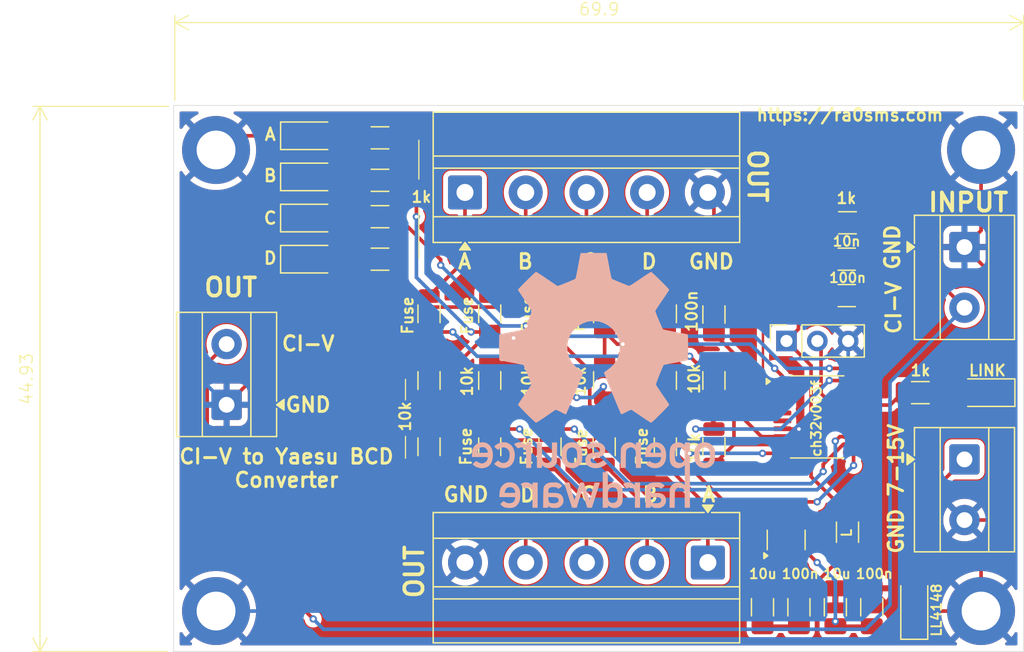
<source format=kicad_pcb>
(kicad_pcb (version 20241229) (generator "pcbnew") (generator_version "9.0")
  (layers (0 "F.Cu" signal) (2 "B.Cu" signal) (13 "F.Paste" user) (15 "B.Paste" user) (5 "F.SilkS" user "F.Silkscreen") (7 "B.SilkS" user "B.Silkscreen") (1 "F.Mask" user) (3 "B.Mask" user) (25 "Edge.Cuts" user))
  (net 0 "")
  (net 1 "GND")
  (net 2 "Net-(D1-K)")
  (net 3 "Net-(U2-VOUT)")
  (net 4 "+5V")
  (net 5 "Net-(U1-PD7)")
  (net 6 "Net-(D1-A)")
  (net 7 "Net-(D2-A)")
  (net 8 "Net-(D3-A)")
  (net 9 "Net-(D4-A)")
  (net 10 "Net-(D5-A)")
  (net 11 "Net-(D6-A)")
  (net 12 "OUT_A1")
  (net 13 "A1")
  (net 14 "B1")
  (net 15 "OUT_B1")
  (net 16 "OUT_C1")
  (net 17 "C1")
  (net 18 "OUT_D1")
  (net 19 "D1")
  (net 20 "OUT_A2")
  (net 21 "A2")
  (net 22 "B2")
  (net 23 "OUT_B2")
  (net 24 "C2")
  (net 25 "OUT_C2")
  (net 26 "D2")
  (net 27 "OUT_D2")
  (net 28 "Net-(J2-Pin_2)")
  (net 29 "SWD")
  (net 30 "Net-(U1-PC7)")
  (net 33 "CI-V")
  (footprint "TerminalBlock_MetzConnect:TerminalBlock_MetzConnect_Type055_RT01502HDWU_1x02_P5.00mm_Horizontal" (layer "F.Cu") (at 199.1325 68.5 -90)
    (property "Reference" "J6" (hide yes))
    (property "Value" "CI-V (IN)")
  )
  (footprint "LED_SMD:LED_1206_3216Metric" (layer "F.Cu") (at 145.1 59.33)
    (property "Reference" "D3" (hide yes))
    (property "Value" "A")
  )
  (footprint "Connector_PinSocket_2.54mm:PinSocket_1x03_P2.54mm_Vertical" (layer "F.Cu") (at 184.475 76.242177 90)
    (property "Reference" "J3" (hide yes))
    (property "Value" "SWD")
  )
  (footprint "Resistor_SMD:R_1206_3216Metric" (layer "F.Cu") (at 160.0375 79.5 -90)
    (property "Reference" "R22" (hide yes))
    (property "Value" "10k")
  )
  (footprint "Resistor_SMD:R_1206_3216Metric" (layer "F.Cu") (at 151 66 180)
    (property "Reference" "R12" (hide yes))
    (property "Value" "1k")
  )
  (footprint "Resistor_SMD:R_1206_3216Metric" (layer "F.Cu") (at 174.5 84.9625 -90)
    (property "Reference" "F5" (hide yes))
    (property "Value" "Fuse")
  )
  (footprint "Resistor_SMD:R_1206_3216Metric" (layer "F.Cu") (at 155.0375 74 90)
    (property "Reference" "F1" (hide yes))
    (property "Value" "Fuse")
  )
  (footprint "Resistor_SMD:R_1206_3216Metric" (layer "F.Cu") (at 151 69.5 180)
    (property "Reference" "R13" (hide yes))
    (property "Value" "1k")
  )
  (footprint "Resistor_SMD:R_1206_3216Metric" (layer "F.Cu") (at 174.5 79.5 -90)
    (property "Reference" "R19" (hide yes))
    (property "Value" "10k")
  )
  (footprint "Resistor_SMD:R_1206_3216Metric" (layer "F.Cu") (at 169.5 74 90)
    (property "Reference" "F4" (hide yes))
    (property "Value" "Fuse")
  )
  (footprint "Resistor_SMD:R_1206_3216Metric" (layer "F.Cu") (at 165 84.9625 -90)
    (property "Reference" "F7" (hide yes))
    (property "Value" "Fuse")
  )
  (footprint "TerminalBlock_MetzConnect:TerminalBlock_MetzConnect_Type011_RT05505HBLC_1x05_P5.00mm_Horizontal" (layer "F.Cu") (at 178 94.5 180)
    (property "Reference" "J5" (hide yes))
    (property "Value" "BCD OUTPUT 2")
  )
  (footprint "Resistor_SMD:R_1206_3216Metric" (layer "F.Cu") (at 160.0375 84.9625 -90)
    (property "Reference" "F8" (hide yes))
    (property "Value" "Fuse")
  )
  (footprint "Resistor_SMD:R_1206_3216Metric" (layer "F.Cu") (at 174.5 74 -90)
    (property "Reference" "R14" (hide yes))
    (property "Value" "10k")
  )
  (footprint "TerminalBlock_MetzConnect:TerminalBlock_MetzConnect_Type055_RT01502HDWU_1x02_P5.00mm_Horizontal" (layer "F.Cu") (at 199.1325 86 -90)
    (property "Reference" "J1" (hide yes))
    (property "Value" "7-15VDC")
  )
  (footprint "Resistor_SMD:R_1206_3216Metric" (layer "F.Cu") (at 178.5 79.5 90)
    (property "Reference" "R5" (hide yes))
    (property "Value" "10k")
  )
  (footprint "Capacitor_SMD:C_1206_3216Metric_Pad1.33x1.80mm_HandSolder" (layer "F.Cu") (at 189.4375 72.5)
    (property "Reference" "C9" (hide yes))
    (property "Value" "100n")
  )
  (footprint "Capacitor_SMD:C_1206_3216Metric_Pad1.33x1.80mm_HandSolder" (layer "F.Cu") (at 185.5 98.1875 90)
    (property "Reference" "C4" (hide yes))
    (property "Value" "100n")
  )
  (footprint "" (layer "F.Cu") (at 137.5 60.5)
    (property "Reference" "" (hide yes))
    (property "Value" "")
  )
  (footprint "LED_SMD:LED_1206_3216Metric" (layer "F.Cu") (at 201 80.5 180)
    (property "Reference" "D2" (hide yes))
    (property "Value" "LINK")
  )
  (footprint "Resistor_SMD:R_1206_3216Metric" (layer "F.Cu") (at 151 63 180)
    (property "Reference" "R11" (hide yes))
    (property "Value" "1k")
  )
  (footprint "Capacitor_SMD:C_1206_3216Metric_Pad1.33x1.80mm_HandSolder" (layer "F.Cu") (at 188.5 98.1875 90)
    (property "Reference" "C1" (hide yes))
    (property "Value" "10u")
  )
  (footprint "Resistor_SMD:R_1206_3216Metric" (layer "F.Cu") (at 169.4625 84.9625 -90)
    (property "Reference" "F6" (hide yes))
    (property "Value" "Fuse")
  )
  (footprint "Resistor_SMD:R_1206_3216Metric" (layer "F.Cu") (at 160.0375 74 90)
    (property "Reference" "F2" (hide yes))
    (property "Value" "Fuse")
  )
  (footprint "LED_SMD:LED_1206_3216Metric" (layer "F.Cu") (at 145.1 62.72)
    (property "Reference" "D4" (hide yes))
    (property "Value" "B")
  )
  (footprint "Resistor_SMD:R_1206_3216Metric" (layer "F.Cu") (at 195.5 80.5 180)
    (property "Reference" "R9" (hide yes))
    (property "Value" "1k")
  )
  (footprint "Resistor_SMD:R_1206_3216Metric" (layer "F.Cu") (at 151 59.5 180)
    (property "Reference" "R10" (hide yes))
    (property "Value" "1k")
  )
  (footprint "Resistor_SMD:R_1206_3216Metric" (layer "F.Cu") (at 189.5 66.5 180)
    (property "Reference" "R15" (hide yes))
    (property "Value" "1k")
  )
  (footprint "Resistor_SMD:R_1206_3216Metric" (layer "F.Cu") (at 165.0375 74 90)
    (property "Reference" "F3" (hide yes))
    (property "Value" "Fuse")
  )
  (footprint "" (layer "F.Cu") (at 200.5 98.5)
    (property "Reference" "" (hide yes))
    (property "Value" "")
  )
  (footprint "Resistor_SMD:R_1206_3216Metric" (layer "F.Cu") (at 155.0375 84.9625 -90)
    (property "Reference" "R20" (hide yes))
    (property "Value" "10k")
  )
  (footprint "Resistor_SMD:R_1206_3216Metric" (layer "F.Cu") (at 178.5 84.9625 90)
    (property "Reference" "R7" (hide yes))
    (property "Value" "10k")
  )
  (footprint "Capacitor_SMD:C_1206_3216Metric_Pad1.33x1.80mm_HandSolder" (layer "F.Cu") (at 189.4375 69.5)
    (property "Reference" "C10" (hide yes))
    (property "Value" "10n")
  )
  (footprint "LED_SMD:LED_1206_3216Metric" (layer "F.Cu") (at 145.1 69.5)
    (property "Reference" "D6" (hide yes))
    (property "Value" "D")
  )
  (footprint "Inductor_SMD:L_1206_3216Metric" (layer "F.Cu") (at 189.5 92 90)
    (property "Reference" "L1" (hide yes))
    (property "Value" "10u")
  )
  (footprint "Resistor_SMD:R_1206_3216Metric" (layer "F.Cu") (at 169.5 79.5 90)
    (property "Reference" "R8" (hide yes))
    (property "Value" "10k")
  )
  (footprint "Diode_SMD:D_MiniMELF" (layer "F.Cu") (at 195 98.165 90)
    (property "Reference" "D1" (hide yes))
    (property "Value" "LL4148")
  )
  (footprint "LED_SMD:LED_1206_3216Metric" (layer "F.Cu") (at 145.1 66.11)
    (property "Reference" "D5" (hide yes))
    (property "Value" "C")
  )
  (footprint "" (layer "F.Cu") (at 200.5 60.5)
    (property "Reference" "" (hide yes))
    (property "Value" "")
  )
  (footprint "TerminalBlock_MetzConnect:TerminalBlock_MetzConnect_Type011_RT05505HBLC_1x05_P5.00mm_Horizontal" (layer "F.Cu") (at 158 64)
    (property "Reference" "J4" (hide yes))
    (property "Value" "BCD OUTPUT 1")
  )
  (footprint "Capacitor_SMD:C_1206_3216Metric_Pad1.33x1.80mm_HandSolder" (layer "F.Cu") (at 178.5 74.0625 90)
    (property "Reference" "C11" (hide yes))
    (property "Value" "100n")
  )
  (footprint "Capacitor_SMD:C_1206_3216Metric_Pad1.33x1.80mm_HandSolder" (layer "F.Cu") (at 191.5 98.1875 90)
    (property "Reference" "C2" (hide yes))
    (property "Value" "100n")
  )
  (footprint "TerminalBlock_MetzConnect:TerminalBlock_MetzConnect_Type055_RT01502HDWU_1x02_P5.00mm_Horizontal" (layer "F.Cu") (at 138.3675 81.5 90)
    (property "Reference" "J2" (hide yes))
    (property "Value" "CI-V (OUT)")
  )
  (footprint "Package_SO:TSSOP-20_4.4x6.5mm_P0.65mm" (layer "F.Cu") (at 187 82.5)
    (property "Reference" "U1" (hide yes))
    (property "Value" "CH32V003F4P6")
  )
  (footprint "Package_TO_SOT_SMD:SOT-23-5" (layer "F.Cu") (at 184.45 92.6375 90)
    (property "Reference" "U2" (hide yes))
    (property "Value" "RS3002-5.0YF5")
  )
  (footprint "Resistor_SMD:R_1206_3216Metric" (layer "F.Cu") (at 165.0375 79.5 -90)
    (property "Reference" "R21" (hide yes))
    (property "Value" "10k")
  )
  (footprint "" (layer "F.Cu") (at 137.5 98.5)
    (property "Reference" "" (hide yes))
    (property "Value" "")
  )
  (footprint "Capacitor_SMD:C_1206_3216Metric_Pad1.33x1.80mm_HandSolder" (layer "F.Cu") (at 182.5 98.1875 90)
    (property "Reference" "C6" (hide yes))
    (property "Value" "10u")
  )
  (footprint "Resistor_SMD:R_1206_3216Metric" (layer "F.Cu") (at 155.0375 79.5 90)
    (property "Reference" "R6" (hide yes))
    (property "Value" "10k")
  )
  (footprint "LOGO" (layer "B.Cu") (at 168.59 79.5 180)
    (property "Reference" "G***" (hide yes))
    (property "Value" "LOGO" (hide yes))
  )
  (gr_line (start 154.2 62.9) (end 154.2 59.7) (stroke (width 0.1)) (layer "F.SilkS"))
  (gr_line (start 154.2 65.3) (end 154.2 69.4) (stroke (width 0.1)) (layer "F.SilkS"))
  (gr_line (start 153.1 81.1) (end 153.1 79.4) (stroke (width 0.1)) (layer "F.SilkS"))
  (gr_line (start 153.1 84.1) (end 153.1 85.9) (stroke (width 0.1)) (layer "F.SilkS"))
  (gr_rect (start 134 56.83) (end 204 101.83) (stroke (width 0.05)) (fill no) (layer "Edge.Cuts"))
  (gr_text "CI-V" (at 194 75.8 90) (layer "F.SilkS") (effects (font (size 1.2 1.2) (thickness 0.24) (bold yes)) (justify left bottom)))
  (gr_text "1k" (at 153.5 64.9 0) (layer "F.SilkS") (effects (font (size 0.9 0.9) (thickness 0.18) (bold yes)) (justify left bottom)))
  (gr_text "Fuse" (at 163.7 75.7 90) (layer "F.SilkS") (effects (font (size 0.9 0.9) (thickness 0.18) (bold yes)) (justify left bottom)))
  (gr_text "INPUT" (at 196 65.7 0) (layer "F.SilkS") (effects (font (size 1.5 1.5) (thickness 0.3) (bold yes)) (justify left bottom)))
  (gr_text "10k" (at 153.6 83.8 90) (layer "F.SilkS") (effects (font (size 0.9 0.9) (thickness 0.18) (bold yes)) (justify left bottom)))
  (gr_text "10k" (at 177.4 80.7 90) (layer "F.SilkS") (effects (font (size 0.9 0.9) (thickness 0.18) (bold yes)) (justify left bottom)))
  (gr_text "GND" (at 194.2 93.9 90) (layer "F.SilkS") (effects (font (size 1.2 1.2) (thickness 0.24) (bold yes)) (justify left bottom)))
  (gr_text "1k" (at 194.6 79.2 0) (layer "F.SilkS") (effects (font (size 0.9 0.9) (thickness 0.18) (bold yes)) (justify left bottom)))
  (gr_text "D" (at 172.4 70.4 0) (layer "F.SilkS") (effects (font (size 1.2 1.2) (thickness 0.24) (bold yes)) (justify left bottom)))
  (gr_text "10k" (at 173.2 75.4 90) (layer "F.SilkS") (effects (font (size 0.9 0.9) (thickness 0.18) (bold yes)) (justify left bottom)))
  (gr_text "LL4148" (at 197.3 100.7 90) (layer "F.SilkS") (effects (font (size 0.8 0.8) (thickness 0.16) (bold yes)) (justify left bottom)))
  (gr_text "A" (at 157.3 70.4 0) (layer "F.SilkS") (effects (font (size 1.2 1.2) (thickness 0.24) (bold yes)) (justify left bottom)))
  (gr_text "Fuse" (at 167.9 75.6 90) (layer "F.SilkS") (effects (font (size 0.9 0.9) (thickness 0.18) (bold yes)) (justify left bottom)))
  (gr_text "10u" (at 181.3 95.9 0) (layer "F.SilkS") (effects (font (size 0.8 0.8) (thickness 0.16) (bold yes)) (justify left bottom)))
  (gr_text "100n" (at 187.9 71.5 0) (layer "F.SilkS") (effects (font (size 0.8 0.8) (thickness 0.16) (bold yes)) (justify left bottom)))
  (gr_text "7-15V" (at 194.2 89.2 90) (layer "F.SilkS") (effects (font (size 1.2 1.2) (thickness 0.24) (bold yes)) (justify left bottom)))
  (gr_text "GND" (at 176.3 70.4 0) (layer "F.SilkS") (effects (font (size 1.2 1.2) (thickness 0.24) (bold yes)) (justify left bottom)))
  (gr_text "https://ra0sms.com" (at 181.9 58.2 0) (layer "F.SilkS") (effects (font (size 1 1) (thickness 0.2) (bold yes)) (justify left bottom)))
  (gr_text "OUT" (at 154.7 97.6 90) (layer "F.SilkS") (effects (font (size 1.5 1.5) (thickness 0.3) (bold yes)) (justify left bottom)))
  (gr_text "Fuse" (at 158.7 75.8 90) (layer "F.SilkS") (effects (font (size 0.9 0.9) (thickness 0.18) (bold yes)) (justify left bottom)))
  (gr_text "GND" (at 156.1 89.6 0) (layer "F.SilkS") (effects (font (size 1.2 1.2) (thickness 0.24) (bold yes)) (justify left bottom)))
  (gr_text "10n" (at 188.2 68.5 0) (layer "F.SilkS") (effects (font (size 0.8 0.8) (thickness 0.16) (bold yes)) (justify left bottom)))
  (gr_text "L" (at 189.9 92.5 90) (layer "F.SilkS") (effects (font (size 0.8 0.8) (thickness 0.16) (bold yes)) (justify left bottom)))
  (gr_text "Fuse" (at 168.1 86.7 90) (layer "F.SilkS") (effects (font (size 0.9 0.9) (thickness 0.18) (bold yes)) (justify left bottom)))
  (gr_text "C" (at 141.328571 66.7 0) (layer "F.SilkS") (effects (font (size 1 1) (thickness 0.2) (bold yes)) (justify left bottom)))
  (gr_text "OUT" (at 136.3675 72.7 0) (layer "F.SilkS") (effects (font (size 1.5 1.5) (thickness 0.3) (bold yes)) (justify left bottom)))
  (gr_text "Fuse" (at 173.1 86.6 90) (layer "F.SilkS") (effects (font (size 0.9 0.9) (thickness 0.18) (bold yes)) (justify left bottom)))
  (gr_text "B" (at 141.328571 63.2 0) (layer "F.SilkS") (effects (font (size 1 1) (thickness 0.2) (bold yes)) (justify left bottom)))
  (gr_text "CI-V to Yaesu BCD\nConverter" (at 143.3 88.4 0) (layer "F.SilkS") (effects (font (size 1.2 1.2) (thickness 0.24) (bold yes)) (justify bottom)))
  (gr_text "Fuse" (at 163.6 86.6 90) (layer "F.SilkS") (effects (font (size 0.9 0.9) (thickness 0.18) (bold yes)) (justify left bottom)))
  (gr_text "10k" (at 158.7 80.9 90) (layer "F.SilkS") (effects (font (size 0.9 0.9) (thickness 0.18) (bold yes)) (justify left bottom)))
  (gr_text "10k" (at 168 80.9 90) (layer "F.SilkS") (effects (font (size 0.9 0.9) (thickness 0.18) (bold yes)) (justify left bottom)))
  (gr_text "D" (at 162.4 89.6 0) (layer "F.SilkS") (effects (font (size 1.2 1.2) (thickness 0.24) (bold yes)) (justify left bottom)))
  (gr_text "B" (at 172.5 89.6 0) (layer "F.SilkS") (effects (font (size 1.2 1.2) (thickness 0.24) (bold yes)) (justify left bottom)))
  (gr_text "OUT" (at 181.2 60.3 270) (layer "F.SilkS") (effects (font (size 1.5 1.5) (thickness 0.3) (bold yes)) (justify left bottom)))
  (gr_text "A" (at 177.4 89.6 0) (layer "F.SilkS") (effects (font (size 1.2 1.2) (thickness 0.24) (bold yes)) (justify left bottom)))
  (gr_text "C" (at 167.5 70.4 0) (layer "F.SilkS") (effects (font (size 1.2 1.2) (thickness 0.24) (bold yes)) (justify left bottom)))
  (gr_text "D" (at 141.328571 70 0) (layer "F.SilkS") (effects (font (size 1 1) (thickness 0.2) (bold yes)) (justify left bottom)))
  (gr_text "100n" (at 184 95.9 0) (layer "F.SilkS") (effects (font (size 0.8 0.8) (thickness 0.16) (bold yes)) (justify left bottom)))
  (gr_text "10k" (at 177.4 86.4 90) (layer "F.SilkS") (effects (font (size 0.9 0.9) (thickness 0.18) (bold yes)) (justify left bottom)))
  (gr_text "Fuse" (at 153.8 75.8 90) (layer "F.SilkS") (effects (font (size 0.9 0.9) (thickness 0.18) (bold yes)) (justify left bottom)))
  (gr_text "CI-V" (at 142.783214 77.16 0) (layer "F.SilkS") (effects (font (size 1.2 1.2) (thickness 0.24) (bold yes)) (justify left bottom)))
  (gr_text "A" (at 141.4 59.8 0) (layer "F.SilkS") (effects (font (size 1 1) (thickness 0.2) (bold yes)) (justify left bottom)))
  (gr_text "10k" (at 173.3 80.8 90) (layer "F.SilkS") (effects (font (size 0.9 0.9) (thickness 0.18) (bold yes)) (justify left bottom)))
  (gr_text "10u" (at 187.4 95.9 0) (layer "F.SilkS") (effects (font (size 0.8 0.8) (thickness 0.16) (bold yes)) (justify left bottom)))
  (gr_text "100n" (at 177.2 75.6 90) (layer "F.SilkS") (effects (font (size 0.9 0.9) (thickness 0.18) (bold yes)) (justify left bottom)))
  (gr_text "LINK" (at 199.4 79.2 0) (layer "F.SilkS") (effects (font (size 0.9 0.9) (thickness 0.18) (bold yes)) (justify left bottom)))
  (gr_text "1k" (at 188.5 65 0) (layer "F.SilkS") (effects (font (size 0.9 0.9) (thickness 0.18) (bold yes)) (justify left bottom)))
  (gr_text "GND" (at 143.0975 82.2 0) (layer "F.SilkS") (effects (font (size 1.2 1.2) (thickness 0.24) (bold yes)) (justify left bottom)))
  (gr_text "C" (at 167.4 89.6 0) (layer "F.SilkS") (effects (font (size 1.2 1.2) (thickness 0.24) (bold yes)) (justify left bottom)))
  (gr_text "Fuse" (at 158.6 86.6 90) (layer "F.SilkS") (effects (font (size 0.9 0.9) (thickness 0.18) (bold yes)) (justify left bottom)))
  (gr_text "100n" (at 190.1 95.9 0) (layer "F.SilkS") (effects (font (size 0.8 0.8) (thickness 0.16) (bold yes)) (justify left bottom)))
  (gr_text "10k" (at 163.7 80.9 90) (layer "F.SilkS") (effects (font (size 0.9 0.9) (thickness 0.18) (bold yes)) (justify left bottom)))
  (gr_text "B" (at 162.2 70.4 0) (layer "F.SilkS") (effects (font (size 1.2 1.2) (thickness 0.24) (bold yes)) (justify left bottom)))
  (gr_text "ch32v003f" (at 187.4 85.885 90) (layer "F.SilkS") (effects (font (size 0.8 0.8) (thickness 0.16) (bold yes)) (justify left bottom)))
  (gr_text "GND" (at 193.9 70.5 90) (layer "F.SilkS") (effects (font (size 1.2 1.2) (thickness 0.24) (bold yes)) (justify left bottom)))
  (dimension (type orthogonal) (layer "F.SilkS") (pts (xy 134.1 56.9) (xy 134 101.83)) (height -11.1) (orientation 1) (format (prefix "") (suffix "") (units 3) (units_format 0) (precision 4) (suppress_zeroes yes)) (style (thickness 0.1) (arrow_length 1.27) (text_position_mode 0) (arrow_direction outward) (extension_height 0.58642) (extension_offset 0.5) (keep_text_aligned yes)) (gr_text "44.93" (at 121.9 79.365 90) (layer "F.SilkS") (effects (font (size 1 1) (thickness 0.1)))))
  (dimension (type orthogonal) (layer "F.SilkS") (pts (xy 134.1 56.9) (xy 204 56.9)) (height -6.9) (orientation 0) (format (prefix "") (suffix "") (units 3) (units_format 0) (precision 4) (suppress_zeroes yes)) (style (thickness 0.1) (arrow_length 1.27) (text_position_mode 0) (arrow_direction outward) (extension_height 0.58642) (extension_offset 0.5) (keep_text_aligned yes)) (gr_text "69.9" (at 169.05 48.9 0) (layer "F.SilkS") (effects (font (size 1 1) (thickness 0.1)))))
  (segment (start 198.084 100.916) (end 164.416 100.916) (width 0.3) (layer "F.Cu") (net 1))
  (segment (start 143.7 62.72) (end 143.7 59.33) (width 0.3) (layer "F.Cu") (net 1))
  (segment (start 178.5 72.5) (end 178.5 64.5) (width 0.3) (layer "F.Cu") (net 1))
  (segment (start 200.5 98.5) (end 198.084 100.916) (width 0.3) (layer "F.Cu") (net 1))
  (segment (start 200.5 92.3675) (end 199.1325 91) (width 0.3) (layer "F.Cu") (net 1))
  (segment (start 160.125 96.625) (end 158 94.5) (width 0.3) (layer "F.Cu") (net 1))
  (segment (start 200.5 67.1325) (end 199.1325 68.5) (width 0.3) (layer "F.Cu") (net 1))
  (segment (start 202 91) (end 199.1325 91) (width 0.3) (layer "F.Cu") (net 1))
  (segment (start 197.499 57.499) (end 184.501 57.499) (width 0.3) (layer "F.Cu") (net 1))
  (segment (start 138.67 59.33) (end 137.5 60.5) (width 0.3) (layer "F.Cu") (net 1))
  (segment (start 182.5 96.625) (end 160.125 96.625) (width 0.3) (layer "F.Cu") (net 1))
  (segment (start 200.5 60.5) (end 200.5 67.1325) (width 0.3) (layer "F.Cu") (net 1))
  (segment (start 143.7 76.1675) (end 143.7 69.5) (width 0.3) (layer "F.Cu") (net 1))
  (segment (start 178.1 64.1) (end 178 64) (width 0.3) (layer "F.Cu") (net 1))
  (segment (start 184.501 57.499) (end 178 64) (width 0.3) (layer "F.Cu") (net 1))
  (segment (start 178.5 64.5) (end 178 64) (width 0.3) (layer "F.Cu") (net 1))
  (segment (start 143.7 66.11) (end 143.7 62.72) (width 0.3) (layer "F.Cu") (net 1))
  (segment (start 202.4 71.7675) (end 199.1325 68.5) (width 0.3) (layer "F.Cu") (net 1))
  (segment (start 202.4 80.5) (end 202.4 90.6) (width 0.3) (layer "F.Cu") (net 1))
  (segment (start 191 69.5) (end 191 72.5) (width 0.3) (layer "F.Cu") (net 1))
  (segment (start 200.5 60.5) (end 197.499 57.499) (width 0.3) (layer "F.Cu") (net 1))
  (segment (start 200.5 98.5) (end 200.5 92.3675) (width 0.3) (layer "F.Cu") (net 1))
  (segment (start 184.45 93.775) (end 184.45 95.575) (width 0.3) (layer "F.Cu") (net 1))
  (segment (start 185.5 83.5) (end 184.1625 83.5) (width 0.3) (layer "F.Cu") (net 1))
  (segment (start 202.4 90.6) (end 202 91) (width 0.3) (layer "F.Cu") (net 1))
  (segment (start 143.7 69.5) (end 143.7 66.11) (width 0.3) (layer "F.Cu") (net 1))
  (segment (start 188.5 96.625) (end 191.5 96.625) (width 0.3) (layer "F.Cu") (net 1))
  (segment (start 191.5 96.625) (end 193.375 98.5) (width 0.3) (layer "F.Cu") (net 1))
  (segment (start 143.7 59.33) (end 138.67 59.33) (width 0.3) (layer "F.Cu") (net 1))
  (segment (start 164.416 100.916) (end 158 94.5) (width 0.3) (layer "F.Cu") (net 1))
  (segment (start 185.5 96.625) (end 182.5 96.625) (width 0.3) (layer "F.Cu") (net 1))
  (segment (start 191 72.5) (end 191 74.797177) (width 0.3) (layer "F.Cu") (net 1))
  (segment (start 138.3675 81.5) (end 143.7 76.1675) (width 0.3) (layer "F.Cu") (net 1))
  (segment (start 191 74.797177) (end 189.555 76.242177) (width 0.3) (layer "F.Cu") (net 1))
  (segment (start 184.45 95.575) (end 185.5 96.625) (width 0.3) (layer "F.Cu") (net 1))
  (segment (start 202.4 80.5) (end 202.4 71.7675) (width 0.3) (layer "F.Cu") (net 1))
  (segment (start 184.1625 83.5) (end 184.1375 83.475) (width 0.3) (layer "F.Cu") (net 1))
  (segment (start 193.375 98.5) (end 200.5 98.5) (width 0.3) (layer "F.Cu") (net 1))
  (via (at 185.5 83.5) (size 0.6) (drill 0.3) (layers "F.Cu" "B.Cu") (net 1))
  (segment (start 189.555 79.445) (end 185.5 83.5) (width 0.3) (layer "B.Cu") (net 1))
  (segment (start 134.700001 75.5) (end 134.700001 77.832501) (width 0.3) (layer "B.Cu") (net 1))
  (segment (start 154 98.5) (end 158 94.5) (width 0.3) (layer "B.Cu") (net 1))
  (segment (start 137.5 98.5) (end 154 98.5) (width 0.3) (layer "B.Cu") (net 1))
  (segment (start 134.700001 63.299999) (end 134.700001 75.5) (width 0.3) (layer "B.Cu") (net 1))
  (segment (start 134.700001 95.700001) (end 134.700001 75.5) (width 0.3) (layer "B.Cu") (net 1))
  (segment (start 197.297177 68.5) (end 199.1325 68.5) (width 0.3) (layer "B.Cu") (net 1))
  (segment (start 189.555 76.242177) (end 189.555 79.445) (width 0.3) (layer "B.Cu") (net 1))
  (segment (start 189.555 76.242177) (end 197.297177 68.5) (width 0.3) (layer "B.Cu") (net 1))
  (segment (start 137.5 60.5) (end 134.700001 63.299999) (width 0.3) (layer "B.Cu") (net 1))
  (segment (start 137.5 98.5) (end 134.700001 95.700001) (width 0.3) (layer "B.Cu") (net 1))
  (segment (start 134.700001 77.832501) (end 138.3675 81.5) (width 0.3) (layer "B.Cu") (net 1))
  (segment (start 195 99.915) (end 191.665 99.915) (width 0.3) (layer "F.Cu") (net 2))
  (segment (start 191.665 99.915) (end 191.5 99.75) (width 0.3) (layer "F.Cu") (net 2))
  (segment (start 185.4 93.112501) (end 185.4 93.775) (width 0.3) (layer "F.Cu") (net 2))
  (segment (start 185.4 93.775) (end 186.275 93.775) (width 0.3) (layer "F.Cu") (net 2))
  (segment (start 184.088322 92.7615) (end 185.048999 92.7615) (width 0.3) (layer "F.Cu") (net 2))
  (segment (start 191.5 99.75) (end 188.5 99.75) (width 0.3) (layer "F.Cu") (net 2))
  (segment (start 183.5 93.775) (end 183.5 93.349822) (width 0.3) (layer "F.Cu") (net 2))
  (segment (start 183.5 93.349822) (end 184.088322 92.7615) (width 0.3) (layer "F.Cu") (net 2))
  (segment (start 186.275 93.775) (end 187 94.5) (width 0.3) (layer "F.Cu") (net 2))
  (segment (start 185.048999 92.7615) (end 185.4 93.112501) (width 0.3) (layer "F.Cu") (net 2))
  (via (at 187 94.5) (size 0.6) (drill 0.3) (layers "F.Cu" "B.Cu") (net 2))
  (via (at 188.5 99.35) (size 0.6) (drill 0.3) (layers "F.Cu" "B.Cu") (net 2))
  (segment (start 188.5 96) (end 188.5 99.5) (width 0.3) (layer "B.Cu") (net 2))
  (segment (start 188.5 99.5) (end 188.5 99.35) (width 0.3) (layer "B.Cu") (net 2))
  (segment (start 187 94.5) (end 188.5 96) (width 0.3) (layer "B.Cu") (net 2))
  (segment (start 183.5 91.5) (end 184.5135 90.4865) (width 0.3) (layer "F.Cu") (net 3))
  (segment (start 187.249 95.826) (end 187.249 98.001) (width 0.3) (layer "F.Cu") (net 3))
  (segment (start 186.4115 90.4865) (end 189.5 93.575) (width 0.3) (layer "F.Cu") (net 3))
  (segment (start 185.5 99.75) (end 182.5 99.75) (width 0.3) (layer "F.Cu") (net 3))
  (segment (start 184.5135 90.4865) (end 186.4115 90.4865) (width 0.3) (layer "F.Cu") (net 3))
  (segment (start 187.249 98.001) (end 185.5 99.75) (width 0.3) (layer "F.Cu") (net 3))
  (segment (start 189.5 93.575) (end 187.249 95.826) (width 0.3) (layer "F.Cu") (net 3))
  (segment (start 169.5 80.9625) (end 171.575 80.9625) (width 0.3) (layer "F.Cu") (net 4))
  (segment (start 165.0375 79.00289) (end 166.93461 80.9) (width 0.3) (layer "F.Cu") (net 4))
  (segment (start 160.0375 78.0375) (end 157.1125 80.9625) (width 0.3) (layer "F.Cu") (net 4))
  (segment (start 186 72.5) (end 185.4625 73.0375) (width 0.3) (layer "F.Cu") (net 4))
  (segment (start 178.5 80.9625) (end 180.15 82.6125) (width 0.3) (layer "F.Cu") (net 4))
  (segment (start 184.475 76.242177) (end 186.5 78.267177) (width 0.3) (layer "F.Cu") (net 4))
  (segment (start 186.5 78.267177) (end 186.5 83.5) (width 0.3) (layer "F.Cu") (net 4))
  (segment (start 175.575 78.0375) (end 178.5 80.9625) (width 0.3) (layer "F.Cu") (net 4))
  (segment (start 185.725 84.775) (end 184.1375 84.775) (width 0.3) (layer "F.Cu") (net 4))
  (segment (start 186.5 83.5) (end 186.5 84) (width 0.3) (layer "F.Cu") (net 4))
  (segment (start 169.4 80) (end 169.4 80.8625) (width 0.3) (layer "F.Cu") (net 4))
  (segment (start 186.5 87.425) (end 186.5 83.5) (width 0.3) (layer "F.Cu") (net 4))
  (segment (start 187.875 72.5) (end 186 72.5) (width 0.3) (layer "F.Cu") (net 4))
  (segment (start 171.575 80.9625) (end 174.5 78.0375) (width 0.3) (layer "F.Cu") (net 4))
  (segment (start 169.4 80.8625) (end 169.5 80.9625) (width 0.3) (layer "F.Cu") (net 4))
  (segment (start 165.0375 78.0375) (end 165.0375 79.00289) (width 0.3) (layer "F.Cu") (net 4))
  (segment (start 174.5 75.4625) (end 174.5 78.0375) (width 0.3) (layer "F.Cu") (net 4))
  (segment (start 187.875 72.5) (end 187.875 69.5) (width 0.3) (layer "F.Cu") (net 4))
  (segment (start 186.5 84) (end 185.725 84.775) (width 0.3) (layer "F.Cu") (net 4))
  (segment (start 160.0375 78.0375) (end 165.0375 78.0375) (width 0.3) (layer "F.Cu") (net 4))
  (segment (start 166.93461 80.9) (end 167.2 80.9) (width 0.3) (layer "F.Cu") (net 4))
  (segment (start 180.15 82.6125) (end 180.15 84.775) (width 0.3) (layer "F.Cu") (net 4))
  (segment (start 174.5 78.0375) (end 175.575 78.0375) (width 0.3) (layer "F.Cu") (net 4))
  (segment (start 178.5 86.425) (end 180.15 84.775) (width 0.3) (layer "F.Cu") (net 4))
  (segment (start 185.4625 75.254677) (end 184.475 76.242177) (width 0.3) (layer "F.Cu") (net 4))
  (segment (start 180.15 84.775) (end 184.1375 84.775) (width 0.3) (layer "F.Cu") (net 4))
  (segment (start 157.1125 80.9625) (end 155.0375 80.9625) (width 0.3) (layer "F.Cu") (net 4))
  (segment (start 155.0375 83.5) (end 155.0375 80.9625) (width 0.3) (layer "F.Cu") (net 4))
  (segment (start 185.4625 73.0375) (end 185.4625 75.254677) (width 0.3) (layer "F.Cu") (net 4))
  (segment (start 189.5 90.425) (end 186.5 87.425) (width 0.3) (layer "F.Cu") (net 4))
  (via (at 167.2 80.9) (size 0.6) (drill 0.3) (layers "F.Cu" "B.Cu") (net 4))
  (via (at 169.4 80) (size 0.6) (drill 0.3) (layers "F.Cu" "B.Cu") (net 4))
  (segment (start 168.5 80.9) (end 169.4 80) (width 0.3) (layer "B.Cu") (net 4))
  (segment (start 167.2 80.9) (end 168.5 80.9) (width 0.3) (layer "B.Cu") (net 4))
  (segment (start 175.4125 72.5375) (end 178.5 75.625) (width 0.3) (layer "F.Cu") (net 5))
  (segment (start 181.025 81.525) (end 184.1375 81.525) (width 0.3) (layer "F.Cu") (net 5))
  (segment (start 181 81.5) (end 181.025 81.525) (width 0.3) (layer "F.Cu") (net 5))
  (segment (start 178.5 75.625) (end 180.5 77.625) (width 0.3) (layer "F.Cu") (net 5))
  (segment (start 174.5 72.5375) (end 175.4125 72.5375) (width 0.3) (layer "F.Cu") (net 5))
  (segment (start 180.5 77.625) (end 180.5 81.5) (width 0.3) (layer "F.Cu") (net 5))
  (segment (start 180.5 81.5) (end 181 81.5) (width 0.3) (layer "F.Cu") (net 5))
  (segment (start 195 90.1325) (end 195 96.415) (width 0.3) (layer "F.Cu") (net 6))
  (segment (start 199.1325 86) (end 195 90.1325) (width 0.3) (layer "F.Cu") (net 6))
  (segment (start 196.9625 80.5) (end 199.6 80.5) (width 0.3) (layer "F.Cu") (net 7))
  (segment (start 149.3675 59.33) (end 149.5375 59.5) (width 0.3) (layer "F.Cu") (net 8))
  (segment (start 146.5 59.33) (end 149.3675 59.33) (width 0.3) (layer "F.Cu") (net 8))
  (segment (start 149.2575 62.72) (end 149.5375 63) (width 0.3) (layer "F.Cu") (net 9))
  (segment (start 146.5 62.72) (end 149.2575 62.72) (width 0.3) (layer "F.Cu") (net 9))
  (segment (start 149.4275 66.11) (end 149.5375 66) (width 0.3) (layer "F.Cu") (net 10))
  (segment (start 146.5 66.11) (end 149.4275 66.11) (width 0.3) (layer "F.Cu") (net 10))
  (segment (start 146.5 69.5) (end 149.5375 69.5) (width 0.3) (layer "F.Cu") (net 11))
  (segment (start 155.0375 72.5375) (end 158 69.575) (width 0.3) (layer "F.Cu") (net 12))
  (segment (start 158 69.575) (end 158 64) (width 0.3) (layer "F.Cu") (net 12))
  (segment (start 178.5 78.0375) (end 179.999 79.5365) (width 0.3) (layer "F.Cu") (net 13))
  (segment (start 157 75.5) (end 155.075 75.5) (width 0.3) (layer "F.Cu") (net 13))
  (segment (start 155.075 75.5) (end 155.0375 75.4625) (width 0.3) (layer "F.Cu") (net 13))
  (segment (start 151.549 60.4135) (end 152.4625 59.5) (width 0.3) (layer "F.Cu") (net 13))
  (segment (start 151.549 71.974) (end 151.549 60.4135) (width 0.3) (layer "F.Cu") (net 13))
  (segment (start 177.0375 78.0375) (end 176.5 77.5) (width 0.3) (layer "F.Cu") (net 13))
  (segment (start 182.416479 84.125) (end 184.1375 84.125) (width 0.3) (layer "F.Cu") (net 13))
  (segment (start 178.5 78.0375) (end 177.0375 78.0375) (width 0.3) (layer "F.Cu") (net 13))
  (segment (start 179.999 81.707521) (end 182.416479 84.125) (width 0.3) (layer "F.Cu") (net 13))
  (segment (start 179.999 79.5365) (end 179.999 81.707521) (width 0.3) (layer "F.Cu") (net 13))
  (segment (start 155.0375 75.4625) (end 151.549 71.974) (width 0.3) (layer "F.Cu") (net 13))
  (via (at 157 75.5) (size 0.6) (drill 0.3) (layers "F.Cu" "B.Cu") (net 13))
  (via (at 176.5 77.5) (size 0.6) (drill 0.3) (layers "F.Cu" "B.Cu") (net 13))
  (segment (start 159 77.5) (end 157 75.5) (width 0.3) (layer "B.Cu") (net 13))
  (segment (start 176.5 77.5) (end 159 77.5) (width 0.3) (layer "B.Cu") (net 13))
  (segment (start 160 75.5) (end 160.0375 75.4625) (width 0.3) (layer "F.Cu") (net 14))
  (segment (start 158.5 75.5) (end 160 75.5) (width 0.3) (layer "F.Cu") (net 14))
  (segment (start 189.8625 80.225) (end 190.775 80.225) (width 0.3) (layer "F.Cu") (net 14))
  (segment (start 191.5 79.5) (end 191.5 78.5) (width 0.3) (layer "F.Cu") (net 14))
  (segment (start 154 64.5375) (end 154 66) (width 0.3) (layer "F.Cu") (net 14))
  (segment (start 152.4625 63) (end 154 64.5375) (width 0.3) (layer "F.Cu") (net 14))
  (segment (start 190.775 80.225) (end 191.5 79.5) (width 0.3) (layer "F.Cu") (net 14))
  (segment (start 162 76) (end 160.575 76) (width 0.3) (layer "F.Cu") (net 14))
  (segment (start 160.575 76) (end 160.0375 75.4625) (width 0.3) (layer "F.Cu") (net 14))
  (segment (start 155.0375 78.0375) (end 157.4625 78.0375) (width 0.3) (layer "F.Cu") (net 14))
  (segment (start 191.5 78.5) (end 188 78.5) (width 0.3) (layer "F.Cu") (net 14))
  (segment (start 157.4625 78.0375) (end 160.0375 75.4625) (width 0.3) (layer "F.Cu") (net 14))
  (via (at 158.5 75.5) (size 0.6) (drill 0.3) (layers "F.Cu" "B.Cu") (net 14))
  (via (at 188 78.5) (size 0.6) (drill 0.3) (layers "F.Cu" "B.Cu") (net 14))
  (via (at 162 76) (size 0.6) (drill 0.3) (layers "F.Cu" "B.Cu") (net 14))
  (via (at 154 66) (size 0.6) (drill 0.3) (layers "F.Cu" "B.Cu") (net 14))
  (segment (start 154 66) (end 154 71) (width 0.3) (layer "B.Cu") (net 14))
  (segment (start 188 78.5) (end 184.5 78.5) (width 0.3) (layer "B.Cu") (net 14))
  (segment (start 184.5 78.5) (end 181.849 75.849) (width 0.3) (layer "B.Cu") (net 14))
  (segment (start 154 71) (end 158.5 75.5) (width 0.3) (layer "B.Cu") (net 14))
  (segment (start 162.151 75.849) (end 162 76) (width 0.3) (layer "B.Cu") (net 14))
  (segment (start 181.849 75.849) (end 162.151 75.849) (width 0.3) (layer "B.Cu") (net 14))
  (segment (start 163 69.575) (end 163 64) (width 0.3) (layer "F.Cu") (net 15))
  (segment (start 160.0375 72.5375) (end 163 69.575) (width 0.3) (layer "F.Cu") (net 15))
  (segment (start 165.0375 72.5375) (end 168 69.575) (width 0.3) (layer "F.Cu") (net 16))
  (segment (start 168 69.575) (end 168 64) (width 0.3) (layer "F.Cu") (net 16))
  (segment (start 164.575 75) (end 165.0375 75.4625) (width 0.3) (layer "F.Cu") (net 17))
  (segment (start 188 79.5) (end 189.7875 79.5) (width 0.3) (layer "F.Cu") (net 17))
  (segment (start 168.274 81.53087) (end 168.61913 81.876) (width 0.3) (layer "F.Cu") (net 17))
  (segment (start 178.5 82.9375) (end 178.5 83.5) (width 0.3) (layer "F.Cu") (net 17))
  (segment (start 171.37002 81.876) (end 173.19702 80.049) (width 0.3) (layer "F.Cu") (net 17))
  (segment (start 168.61913 81.876) (end 171.37002 81.876) (width 0.3) (layer "F.Cu") (net 17))
  (segment (start 163 75) (end 164.575 75) (width 0.3) (layer "F.Cu") (net 17))
  (segment (start 156 69.5375) (end 156 70) (width 0.3) (layer "F.Cu") (net 17))
  (segment (start 152.4625 66) (end 156 69.5375) (width 0.3) (layer "F.Cu") (net 17))
  (segment (start 175.6115 80.049) (end 178.5 82.9375) (width 0.3) (layer "F.Cu") (net 17))
  (segment (start 189.7875 79.5) (end 189.8625 79.575) (width 0.3) (layer "F.Cu") (net 17))
  (segment (start 178.5 83.5) (end 177 83.5) (width 0.3) (layer "F.Cu") (net 17))
  (segment (start 173.19702 80.049) (end 175.6115 80.049) (width 0.3) (layer "F.Cu") (net 17))
  (segment (start 165.0375 75.4625) (end 168.274 78.699) (width 0.3) (layer "F.Cu") (net 17))
  (segment (start 168.274 78.699) (end 168.274 81.53087) (width 0.3) (layer "F.Cu") (net 17))
  (via (at 156 70) (size 0.6) (drill 0.3) (layers "F.Cu" "B.Cu") (net 17))
  (via (at 163 75) (size 0.6) (drill 0.3) (layers "F.Cu" "B.Cu") (net 17))
  (via (at 188 79.5) (size 0.6) (drill 0.3) (layers "F.Cu" "B.Cu") (net 17))
  (via (at 177 83.5) (size 0.6) (drill 0.3) (layers "F.Cu" "B.Cu") (net 17))
  (segment (start 161 75) (end 163 75) (width 0.3) (layer "B.Cu") (net 17))
  (segment (start 177 83.5) (end 184 83.5) (width 0.3) (layer "B.Cu") (net 17))
  (segment (start 184 83.5) (end 188 79.5) (width 0.3) (layer "B.Cu") (net 17))
  (segment (start 156 70) (end 161 75) (width 0.3) (layer "B.Cu") (net 17))
  (segment (start 173 69.0375) (end 173 64) (width 0.3) (layer "F.Cu") (net 18))
  (segment (start 169.5 72.5375) (end 173 69.0375) (width 0.3) (layer "F.Cu") (net 18))
  (segment (start 171 76.5) (end 170.5375 76.5) (width 0.3) (layer "F.Cu") (net 19))
  (segment (start 184.1375 79.575) (end 184.1375 79.1375) (width 0.3) (layer "F.Cu") (net 19))
  (segment (start 169.5 75.4625) (end 167.4885 73.451) (width 0.3) (layer "F.Cu") (net 19))
  (segment (start 152.4625 71.75687) (end 152.4625 69.5) (width 0.3) (layer "F.Cu") (net 19))
  (segment (start 184.1375 79.1375) (end 183.5 78.5) (width 0.3) (layer "F.Cu") (net 19))
  (segment (start 170.5375 76.5) (end 169.5 75.4625) (width 0.3) (layer "F.Cu") (net 19))
  (segment (start 154.15663 73.451) (end 152.4625 71.75687) (width 0.3) (layer "F.Cu") (net 19))
  (segment (start 167.4885 73.451) (end 154.15663 73.451) (width 0.3) (layer "F.Cu") (net 19))
  (segment (start 169.5 75.4625) (end 169.5 78.0375) (width 0.3) (layer "F.Cu") (net 19))
  (via (at 171 76.5) (size 0.6) (drill 0.3) (layers "F.Cu" "B.Cu") (net 19))
  (via (at 183.5 78.5) (size 0.6) (drill 0.3) (layers "F.Cu" "B.Cu") (net 19))
  (segment (start 183.5 78.5) (end 181.5 76.5) (width 0.3) (layer "B.Cu") (net 19))
  (segment (start 181.5 76.5) (end 171 76.5) (width 0.3) (layer "B.Cu") (net 19))
  (segment (start 178 89.925) (end 178 94.5) (width 0.3) (layer "F.Cu") (net 20))
  (segment (start 174.5 86.425) (end 178 89.925) (width 0.3) (layer "F.Cu") (net 20))
  (segment (start 182.5 85.5) (end 184.0625 85.5) (width 0.3) (layer "F.Cu") (net 21))
  (segment (start 174.5 83.5) (end 176.5 85.5) (width 0.3) (layer "F.Cu") (net 21))
  (segment (start 184.0625 85.5) (end 184.1375 85.425) (width 0.3) (layer "F.Cu") (net 21))
  (segment (start 174.5 83.5) (end 174.5 80.9625) (width 0.3) (layer "F.Cu") (net 21))
  (via (at 182.5 85.5) (size 0.6) (drill 0.3) (layers "F.Cu" "B.Cu") (net 21))
  (via (at 176.5 85.5) (size 0.6) (drill 0.3) (layers "F.Cu" "B.Cu") (net 21))
  (segment (start 176.5 85.5) (end 182.5 85.5) (width 0.3) (layer "B.Cu") (net 21))
  (segment (start 169.4625 83.5) (end 168.549 84.4135) (width 0.3) (layer "F.Cu") (net 22))
  (segment (start 175.38087 85.5115) (end 179.36937 89.5) (width 0.3) (layer "F.Cu") (net 22))
  (segment (start 171.474 85.5115) (end 175.38087 85.5115) (width 0.3) (layer "F.Cu") (net 22))
  (segment (start 179.36937 89.5) (end 187 89.5) (width 0.3) (layer "F.Cu") (net 22))
  (segment (start 190 86.5) (end 190 85.5625) (width 0.3) (layer "F.Cu") (net 22))
  (segment (start 157.049 84.4135) (end 155.0375 86.425) (width 0.3) (layer "F.Cu") (net 22))
  (segment (start 168.549 84.4135) (end 157.049 84.4135) (width 0.3) (layer "F.Cu") (net 22))
  (segment (start 169.4625 83.5) (end 171.474 85.5115) (width 0.3) (layer "F.Cu") (net 22))
  (segment (start 190 85.5625) (end 189.8625 85.425) (width 0.3) (layer "F.Cu") (net 22))
  (via (at 190 86.5) (size 0.6) (drill 0.3) (layers "F.Cu" "B.Cu") (net 22))
  (via (at 187 89.5) (size 0.6) (drill 0.3) (layers "F.Cu" "B.Cu") (net 22))
  (segment (start 187 89.5) (end 190 86.5) (width 0.3) (layer "B.Cu") (net 22))
  (segment (start 169.4625 86.425) (end 173 89.9625) (width 0.3) (layer "F.Cu") (net 23))
  (segment (start 173 89.9625) (end 173 94.5) (width 0.3) (layer "F.Cu") (net 23))
  (segment (start 187.5 87) (end 187.5 86.409418) (width 0.3) (layer "F.Cu") (net 24))
  (segment (start 165 83.5) (end 165 81) (width 0.3) (layer "F.Cu") (net 24))
  (segment (start 187.5 86.409418) (end 189.134418 84.775) (width 0.3) (layer "F.Cu") (net 24))
  (segment (start 189.134418 84.775) (end 189.8625 84.775) (width 0.3) (layer "F.Cu") (net 24))
  (segment (start 165 81) (end 165.0375 80.9625) (width 0.3) (layer "F.Cu") (net 24))
  (segment (start 165 83.5) (end 167 83.5) (width 0.3) (layer "F.Cu") (net 24))
  (via (at 167 83.5) (size 0.6) (drill 0.3) (layers "F.Cu" "B.Cu") (net 24))
  (via (at 187.5 87) (size 0.6) (drill 0.3) (layers "F.Cu" "B.Cu") (net 24))
  (segment (start 167 83.5) (end 171.5 88) (width 0.3) (layer "B.Cu") (net 24))
  (segment (start 186.5 88) (end 187.5 87) (width 0.3) (layer "B.Cu") (net 24))
  (segment (start 171.5 88) (end 186.5 88) (width 0.3) (layer "B.Cu") (net 24))
  (segment (start 165 86.425) (end 168 89.425) (width 0.3) (layer "F.Cu") (net 25))
  (segment (start 168 89.425) (end 168 94.5) (width 0.3) (layer "F.Cu") (net 25))
  (segment (start 160.0375 83.5) (end 160.0375 80.9625) (width 0.3) (layer "F.Cu") (net 26))
  (segment (start 188.495089 84.495089) (end 188.865178 84.125) (width 0.3) (layer "F.Cu") (net 26))
  (segment (start 160.0375 83.5) (end 162.5 83.5) (width 0.3) (layer "F.Cu") (net 26))
  (segment (start 188.865178 84.125) (end 189.8625 84.125) (width 0.3) (layer "F.Cu") (net 26))
  (via (at 188.495089 84.495089) (size 0.6) (drill 0.3) (layers "F.Cu" "B.Cu") (net 26))
  (via (at 162.5 83.5) (size 0.6) (drill 0.3) (layers "F.Cu" "B.Cu") (net 26))
  (segment (start 162.5 83.5) (end 167.501 88.501) (width 0.3) (layer "B.Cu") (net 26))
  (segment (start 186.999 88.501) (end 188.5 87) (width 0.3) (layer "B.Cu") (net 26))
  (segment (start 188.5 84.5) (end 188.495089 84.495089) (width 0.3) (layer "B.Cu") (net 26))
  (segment (start 188.5 87) (end 188.5 84.5) (width 0.3) (layer "B.Cu") (net 26))
  (segment (start 167.501 88.501) (end 186.999 88.501) (width 0.3) (layer "B.Cu") (net 26))
  (segment (start 160.0375 86.425) (end 163 89.3875) (width 0.3) (layer "F.Cu") (net 27))
  (segment (start 163 89.3875) (end 163 94.5) (width 0.3) (layer "F.Cu") (net 27))
  (segment (start 145.5 99.15) (end 136.7665 90.4165) (width 0.3) (layer "F.Cu") (net 28))
  (segment (start 136.7665 90.4165) (end 136.7665 78.101) (width 0.3) (layer "F.Cu") (net 28))
  (segment (start 136.7665 78.101) (end 138.3675 76.5) (width 0.3) (layer "F.Cu") (net 28))
  (segment (start 192.1325 66.5) (end 190.9625 66.5) (width 0.3) (layer "F.Cu") (net 28))
  (segment (start 199.1325 73.5) (end 192.1325 66.5) (width 0.3) (layer "F.Cu") (net 28))
  (via (at 145.5 99.15) (size 0.6) (drill 0.3) (layers "F.Cu" "B.Cu") (net 28))
  (segment (start 146.35 100) (end 145.5 99.15) (width 0.3) (layer "B.Cu") (net 28))
  (segment (start 154 100) (end 146.35 100) (width 0.3) (layer "B.Cu") (net 28))
  (segment (start 199.1325 73.5) (end 193 79.6325) (width 0.3) (layer "B.Cu") (net 28))
  (segment (start 193 79.6325) (end 193 98) (width 0.3) (layer "B.Cu") (net 28))
  (segment (start 193 98) (end 191 100) (width 0.3) (layer "B.Cu") (net 28))
  (segment (start 191 100) (end 154 100) (width 0.3) (layer "B.Cu") (net 28))
  (segment (start 187.3225 75.775) (end 187.3225 80.5725) (width 0.3) (layer "F.Cu") (net 29))
  (segment (start 187.3225 80.5725) (end 187.625 80.875) (width 0.3) (layer "F.Cu") (net 29))
  (segment (start 187.625 80.875) (end 189.8625 80.875) (width 0.3) (layer "F.Cu") (net 29))
  (segment (start 194.0375 80.5) (end 193.0125 81.525) (width 0.3) (layer "F.Cu") (net 30))
  (segment (start 193.0125 81.525) (end 189.8625 81.525) (width 0.3) (layer "F.Cu") (net 30))
  (segment (start 183.400001 80.875) (end 184.1375 80.875) (width 0.2) (layer "F.Cu") (net 33))
  (segment (start 182.5375 72) (end 182.5375 80.012499) (width 0.2) (layer "F.Cu") (net 33))
  (segment (start 188.0375 66.5) (end 182.5375 72) (width 0.2) (layer "F.Cu") (net 33))
  (segment (start 182.5375 80.012499) (end 183.400001 80.875) (width 0.2) (layer "F.Cu") (net 33))
  (zone (net 1) (net_name "GND") (layer "F.Cu") (connect_pads (clearance 0.4)) (min_thickness 0.25) (fill yes (thermal_gap 0.5) (thermal_bridge_width 0.5))
    (polygon (pts (xy 134 56.9) (xy 204 56.9) (xy 204 101.8) (xy 134 101.8)))
  )
  (zone (net 1) (net_name "GND") (layer "B.Cu") (name "down") (priority 1) (connect_pads (clearance 0.5)) (min_thickness 0.25) (fill yes (thermal_gap 0.5) (thermal_bridge_width 0.5))
    (polygon (pts (xy 134.1 56.9) (xy 204 56.9) (xy 204 101.8) (xy 134 101.8)))
  )
)
</source>
